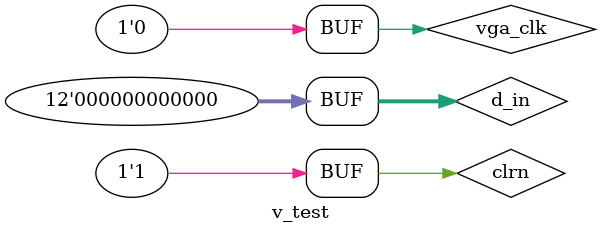
<source format=v>
`timescale 1ns / 1ps


module v_test;

	// Inputs
	reg vga_clk;
	reg clrn;
	reg [11:0] d_in;

	// Outputs
	wire [8:0] row_addr;
	wire [9:0] col_addr;
	wire rdn;
	wire [3:0] r;
	wire [3:0] g;
	wire [3:0] b;
	wire hs;
	wire vs;

	// Instantiate the Unit Under Test (UUT)
	vgac uut (
		.vga_clk(vga_clk), 
		.clrn(clrn), 
		.d_in(d_in), 
		.row_addr(row_addr), 
		.col_addr(col_addr), 
		.rdn(rdn), 
		.r(r), 
		.g(g), 
		.b(b), 
		.hs(hs), 
		.vs(vs)
	);

	initial begin
		// Initialize Inputs
		vga_clk = 0;
		clrn = 1;
		d_in = 0;

		// Wait 100 ns for global reset to finish
		#100;
       
		// Add stimulus here

	end
	always begin
		vga_clk = 1; #50;
		vga_clk = 0; #50;
	end
      
endmodule


</source>
